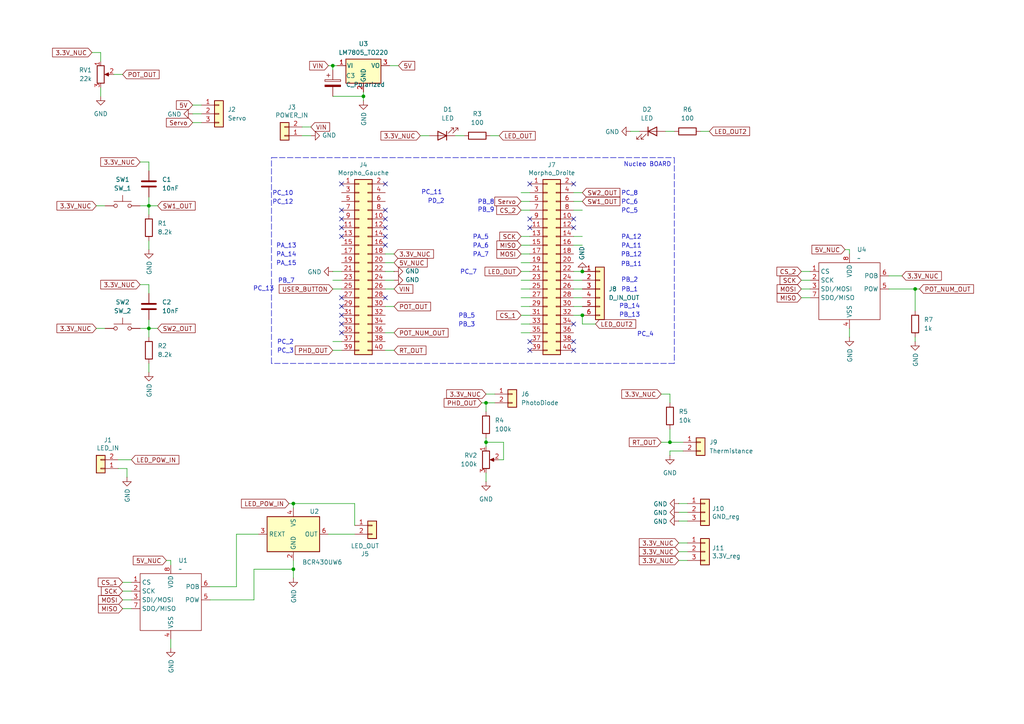
<source format=kicad_sch>
(kicad_sch (version 20231120) (generator "eeschema") (generator_version "8.0")
  (paper "A4")
  (lib_symbols
    (symbol "Connector_Generic:Conn_01x02" (pin_names (offset 1.016) hide)
      (property "Reference" "J" (at 0 2.54 0))
      (property "Value" "Conn_01x02" (at 0 -5.08 0))
      (symbol "Conn_01x02_1_1"
        (rectangle (start -1.27 -2.413) (end 0 -2.667) (stroke (width 0.1524)))
        (rectangle (start -1.27 0.127) (end 0 -0.127) (stroke (width 0.1524)))
        (rectangle (start -1.27 1.27) (end 1.27 -3.81) (stroke (width 0.254)) (fill (type background)))
        (pin passive line (at -5.08 0 0) (length 3.81) (name "Pin_1") (number "1"))
        (pin passive line (at -5.08 -2.54 0) (length 3.81) (name "Pin_2") (number "2"))
      )
    )
    (symbol "Connector_Generic:Conn_01x03" (pin_names (offset 1.016) hide)
      (property "Reference" "J" (at 0 5.08 0))
      (property "Value" "Conn_01x03" (at 0 -5.08 0))
      (symbol "Conn_01x03_1_1"
        (rectangle (start -1.27 -2.413) (end 0 -2.667) (stroke (width 0.1524)))
        (rectangle (start -1.27 0.127) (end 0 -0.127) (stroke (width 0.1524)))
        (rectangle (start -1.27 2.667) (end 0 2.413) (stroke (width 0.1524)))
        (rectangle (start -1.27 3.81) (end 1.27 -3.81) (stroke (width 0.254)) (fill (type background)))
        (pin passive line (at -5.08 2.54 0) (length 3.81) (name "Pin_1") (number "1"))
        (pin passive line (at -5.08 0 0) (length 3.81) (name "Pin_2") (number "2"))
        (pin passive line (at -5.08 -2.54 0) (length 3.81) (name "Pin_3") (number "3"))
      )
    )
    (symbol "Connector_Generic:Conn_01x06" (pin_names (offset 1.016) hide)
      (property "Reference" "J" (at 0 7.62 0))
      (property "Value" "Conn_01x06" (at 0 -10.16 0))
      (symbol "Conn_01x06_1_1"
        (rectangle (start -1.27 -7.493) (end 0 -7.747) (stroke (width 0.1524)))
        (rectangle (start -1.27 -4.953) (end 0 -5.207) (stroke (width 0.1524)))
        (rectangle (start -1.27 -2.413) (end 0 -2.667) (stroke (width 0.1524)))
        (rectangle (start -1.27 0.127) (end 0 -0.127) (stroke (width 0.1524)))
        (rectangle (start -1.27 2.667) (end 0 2.413) (stroke (width 0.1524)))
        (rectangle (start -1.27 5.207) (end 0 4.953) (stroke (width 0.1524)))
        (rectangle (start -1.27 6.35) (end 1.27 -8.89) (stroke (width 0.254)) (fill (type background)))
        (pin passive line (at -5.08 5.08 0) (length 3.81) (name "Pin_1") (number "1"))
        (pin passive line (at -5.08 2.54 0) (length 3.81) (name "Pin_2") (number "2"))
        (pin passive line (at -5.08 0 0) (length 3.81) (name "Pin_3") (number "3"))
        (pin passive line (at -5.08 -2.54 0) (length 3.81) (name "Pin_4") (number "4"))
        (pin passive line (at -5.08 -5.08 0) (length 3.81) (name "Pin_5") (number "5"))
        (pin passive line (at -5.08 -7.62 0) (length 3.81) (name "Pin_6") (number "6"))
      )
    )
    (symbol "Connector_Generic:Conn_02x20_Odd_Even" (pin_names (offset 1.016) hide)
      (property "Reference" "J" (at 1.27 25.4 0))
      (property "Value" "Conn_02x20_Odd_Even" (at 1.27 -27.94 0))
      (symbol "Conn_02x20_Odd_Even_1_1"
        (rectangle (start -1.27 -25.273) (end 0 -25.527) (stroke (width 0.1524)))
        (rectangle (start -1.27 -22.733) (end 0 -22.987) (stroke (width 0.1524)))
        (rectangle (start -1.27 -20.193) (end 0 -20.447) (stroke (width 0.1524)))
        (rectangle (start -1.27 -17.653) (end 0 -17.907) (stroke (width 0.1524)))
        (rectangle (start -1.27 -15.113) (end 0 -15.367) (stroke (width 0.1524)))
        (rectangle (start -1.27 -12.573) (end 0 -12.827) (stroke (width 0.1524)))
        (rectangle (start -1.27 -10.033) (end 0 -10.287) (stroke (width 0.1524)))
        (rectangle (start -1.27 -7.493) (end 0 -7.747) (stroke (width 0.1524)))
        (rectangle (start -1.27 -4.953) (end 0 -5.207) (stroke (width 0.1524)))
        (rectangle (start -1.27 -2.413) (end 0 -2.667) (stroke (width 0.1524)))
        (rectangle (start -1.27 0.127) (end 0 -0.127) (stroke (width 0.1524)))
        (rectangle (start -1.27 2.667) (end 0 2.413) (stroke (width 0.1524)))
        (rectangle (start -1.27 5.207) (end 0 4.953) (stroke (width 0.1524)))
        (rectangle (start -1.27 7.747) (end 0 7.493) (stroke (width 0.1524)))
        (rectangle (start -1.27 10.287) (end 0 10.033) (stroke (width 0.1524)))
        (rectangle (start -1.27 12.827) (end 0 12.573) (stroke (width 0.1524)))
        (rectangle (start -1.27 15.367) (end 0 15.113) (stroke (width 0.1524)))
        (rectangle (start -1.27 17.907) (end 0 17.653) (stroke (width 0.1524)))
        (rectangle (start -1.27 20.447) (end 0 20.193) (stroke (width 0.1524)))
        (rectangle (start -1.27 22.987) (end 0 22.733) (stroke (width 0.1524)))
        (rectangle (start -1.27 24.13) (end 3.81 -26.67) (stroke (width 0.254)) (fill (type background)))
        (rectangle (start 3.81 -25.273) (end 2.54 -25.527) (stroke (width 0.1524)))
        (rectangle (start 3.81 -22.733) (end 2.54 -22.987) (stroke (width 0.1524)))
        (rectangle (start 3.81 -20.193) (end 2.54 -20.447) (stroke (width 0.1524)))
        (rectangle (start 3.81 -17.653) (end 2.54 -17.907) (stroke (width 0.1524)))
        (rectangle (start 3.81 -15.113) (end 2.54 -15.367) (stroke (width 0.1524)))
        (rectangle (start 3.81 -12.573) (end 2.54 -12.827) (stroke (width 0.1524)))
        (rectangle (start 3.81 -10.033) (end 2.54 -10.287) (stroke (width 0.1524)))
        (rectangle (start 3.81 -7.493) (end 2.54 -7.747) (stroke (width 0.1524)))
        (rectangle (start 3.81 -4.953) (end 2.54 -5.207) (stroke (width 0.1524)))
        (rectangle (start 3.81 -2.413) (end 2.54 -2.667) (stroke (width 0.1524)))
        (rectangle (start 3.81 0.127) (end 2.54 -0.127) (stroke (width 0.1524)))
        (rectangle (start 3.81 2.667) (end 2.54 2.413) (stroke (width 0.1524)))
        (rectangle (start 3.81 5.207) (end 2.54 4.953) (stroke (width 0.1524)))
        (rectangle (start 3.81 7.747) (end 2.54 7.493) (stroke (width 0.1524)))
        (rectangle (start 3.81 10.287) (end 2.54 10.033) (stroke (width 0.1524)))
        (rectangle (start 3.81 12.827) (end 2.54 12.573) (stroke (width 0.1524)))
        (rectangle (start 3.81 15.367) (end 2.54 15.113) (stroke (width 0.1524)))
        (rectangle (start 3.81 17.907) (end 2.54 17.653) (stroke (width 0.1524)))
        (rectangle (start 3.81 20.447) (end 2.54 20.193) (stroke (width 0.1524)))
        (rectangle (start 3.81 22.987) (end 2.54 22.733) (stroke (width 0.1524)))
        (pin passive line (at -5.08 22.86 0) (length 3.81) (name "Pin_1") (number "1"))
        (pin passive line (at 7.62 12.7 180) (length 3.81) (name "Pin_10") (number "10"))
        (pin passive line (at -5.08 10.16 0) (length 3.81) (name "Pin_11") (number "11"))
        (pin passive line (at 7.62 10.16 180) (length 3.81) (name "Pin_12") (number "12"))
        (pin passive line (at -5.08 7.62 0) (length 3.81) (name "Pin_13") (number "13"))
        (pin passive line (at 7.62 7.62 180) (length 3.81) (name "Pin_14") (number "14"))
        (pin passive line (at -5.08 5.08 0) (length 3.81) (name "Pin_15") (number "15"))
        (pin passive line (at 7.62 5.08 180) (length 3.81) (name "Pin_16") (number "16"))
        (pin passive line (at -5.08 2.54 0) (length 3.81) (name "Pin_17") (number "17"))
        (pin passive line (at 7.62 2.54 180) (length 3.81) (name "Pin_18") (number "18"))
        (pin passive line (at -5.08 0 0) (length 3.81) (name "Pin_19") (number "19"))
        (pin passive line (at 7.62 22.86 180) (length 3.81) (name "Pin_2") (number "2"))
        (pin passive line (at 7.62 0 180) (length 3.81) (name "Pin_20") (number "20"))
        (pin passive line (at -5.08 -2.54 0) (length 3.81) (name "Pin_21") (number "21"))
        (pin passive line (at 7.62 -2.54 180) (length 3.81) (name "Pin_22") (number "22"))
        (pin passive line (at -5.08 -5.08 0) (length 3.81) (name "Pin_23") (number "23"))
        (pin passive line (at 7.62 -5.08 180) (length 3.81) (name "Pin_24") (number "24"))
        (pin passive line (at -5.08 -7.62 0) (length 3.81) (name "Pin_25") (number "25"))
        (pin passive line (at 7.62 -7.62 180) (length 3.81) (name "Pin_26") (number "26"))
        (pin passive line (at -5.08 -10.16 0) (length 3.81) (name "Pin_27") (number "27"))
        (pin passive line (at 7.62 -10.16 180) (length 3.81) (name "Pin_28") (number "28"))
        (pin passive line (at -5.08 -12.7 0) (length 3.81) (name "Pin_29") (number "29"))
        (pin passive line (at -5.08 20.32 0) (length 3.81) (name "Pin_3") (number "3"))
        (pin passive line (at 7.62 -12.7 180) (length 3.81) (name "Pin_30") (number "30"))
        (pin passive line (at -5.08 -15.24 0) (length 3.81) (name "Pin_31") (number "31"))
        (pin passive line (at 7.62 -15.24 180) (length 3.81) (name "Pin_32") (number "32"))
        (pin passive line (at -5.08 -17.78 0) (length 3.81) (name "Pin_33") (number "33"))
        (pin passive line (at 7.62 -17.78 180) (length 3.81) (name "Pin_34") (number "34"))
        (pin passive line (at -5.08 -20.32 0) (length 3.81) (name "Pin_35") (number "35"))
        (pin passive line (at 7.62 -20.32 180) (length 3.81) (name "Pin_36") (number "36"))
        (pin passive line (at -5.08 -22.86 0) (length 3.81) (name "Pin_37") (number "37"))
        (pin passive line (at 7.62 -22.86 180) (length 3.81) (name "Pin_38") (number "38"))
        (pin passive line (at -5.08 -25.4 0) (length 3.81) (name "Pin_39") (number "39"))
        (pin passive line (at 7.62 20.32 180) (length 3.81) (name "Pin_4") (number "4"))
        (pin passive line (at 7.62 -25.4 180) (length 3.81) (name "Pin_40") (number "40"))
        (pin passive line (at -5.08 17.78 0) (length 3.81) (name "Pin_5") (number "5"))
        (pin passive line (at 7.62 17.78 180) (length 3.81) (name "Pin_6") (number "6"))
        (pin passive line (at -5.08 15.24 0) (length 3.81) (name "Pin_7") (number "7"))
        (pin passive line (at 7.62 15.24 180) (length 3.81) (name "Pin_8") (number "8"))
        (pin passive line (at -5.08 12.7 0) (length 3.81) (name "Pin_9") (number "9"))
      )
    )
    (symbol "Device:C" (pin_numbers hide) (pin_names (offset 0.254))
      (property "Reference" "C" (at 0.635 2.54 0))
      (property "Value" "C" (at 0.635 -2.54 0))
      (symbol "C_0_1"
        (polyline (pts (xy -2.032 -0.762) (xy 2.032 -0.762)) (stroke (width 0.508)))
        (polyline (pts (xy -2.032 0.762) (xy 2.032 0.762)) (stroke (width 0.508)))
      )
      (symbol "C_1_1"
        (pin passive line (at 0 3.81 270) (length 2.794) (name "~") (number "1"))
        (pin passive line (at 0 -3.81 90) (length 2.794) (name "~") (number "2"))
      )
    )
    (symbol "Device:C_Polarized" (pin_numbers hide) (pin_names (offset 0.254))
      (property "Reference" "C" (at 0.635 2.54 0))
      (property "Value" "C_Polarized" (at 0.635 -2.54 0))
      (symbol "C_Polarized_0_1"
        (rectangle (start -2.286 0.508) (end 2.286 1.016))
        (polyline (pts (xy -1.778 2.286) (xy -0.762 2.286)))
        (polyline (pts (xy -1.27 2.794) (xy -1.27 1.778)))
        (rectangle (start 2.286 -0.508) (end -2.286 -1.016) (fill (type outline)))
      )
      (symbol "C_Polarized_1_1"
        (pin passive line (at 0 3.81 270) (length 2.794) (name "~") (number "1"))
        (pin passive line (at 0 -3.81 90) (length 2.794) (name "~") (number "2"))
      )
    )
    (symbol "Device:LED" (pin_numbers hide) (pin_names (offset 1.016) hide)
      (property "Reference" "D" (at 0 2.54 0))
      (property "Value" "LED" (at 0 -2.54 0))
      (symbol "LED_0_1"
        (polyline (pts (xy -1.27 -1.27) (xy -1.27 1.27)) (stroke (width 0.254)))
        (polyline (pts (xy -1.27 0) (xy 1.27 0)))
        (polyline (pts (xy 1.27 -1.27) (xy 1.27 1.27) (xy -1.27 0) (xy 1.27 -1.27)) (stroke (width 0.254)))
        (polyline (pts (xy -3.048 -0.762) (xy -4.572 -2.286) (xy -3.81 -2.286) (xy -4.572 -2.286) (xy -4.572 -1.524)))
        (polyline (pts (xy -1.778 -0.762) (xy -3.302 -2.286) (xy -2.54 -2.286) (xy -3.302 -2.286) (xy -3.302 -1.524)))
      )
      (symbol "LED_1_1"
        (pin passive line (at -3.81 0 0) (length 2.54) (name "K") (number "1"))
        (pin passive line (at 3.81 0 180) (length 2.54) (name "A") (number "2"))
      )
    )
    (symbol "Device:R" (pin_numbers hide) (pin_names (offset 0))
      (property "Reference" "R" (at 2.032 0 90))
      (property "Value" "R" (at 0 0 90))
      (symbol "R_0_1"
        (rectangle (start -1.016 -2.54) (end 1.016 2.54) (stroke (width 0.254)))
      )
      (symbol "R_1_1"
        (pin passive line (at 0 3.81 270) (length 1.27) (name "~") (number "1"))
        (pin passive line (at 0 -3.81 90) (length 1.27) (name "~") (number "2"))
      )
    )
    (symbol "Device:R_Potentiometer" (pin_names (offset 1.016) hide)
      (property "Reference" "RV" (at -4.445 0 90))
      (property "Value" "R_Potentiometer" (at -2.54 0 90))
      (symbol "R_Potentiometer_0_1"
        (polyline (pts (xy 2.54 0) (xy 1.524 0)))
        (polyline (pts (xy 1.143 0) (xy 2.286 0.508) (xy 2.286 -0.508) (xy 1.143 0)) (fill (type outline)))
        (rectangle (start 1.016 2.54) (end -1.016 -2.54) (stroke (width 0.254)))
      )
      (symbol "R_Potentiometer_1_1"
        (pin passive line (at 0 3.81 270) (length 1.27) (name "1") (number "1"))
        (pin passive line (at 3.81 0 180) (length 1.27) (name "2") (number "2"))
        (pin passive line (at 0 -3.81 90) (length 1.27) (name "3") (number "3"))
      )
    )
    (symbol "Driver_LED:BCR430UW6"
      (property "Reference" "U" (at 7.62 6.35 0))
      (property "Value" "BCR430UW6" (at -7.62 6.35 0))
      (symbol "BCR430UW6_0_1"
        (rectangle (start -7.62 5.08) (end 7.62 -5.08) (stroke (width 0.254)) (fill (type background)))
      )
      (symbol "BCR430UW6_1_1"
        (pin no_connect line (at 7.62 2.54 180) (length 2.54) hide (name "NC") (number "1"))
        (pin power_in line (at 0 -7.62 90) (length 2.54) (name "GND") (number "2"))
        (pin passive line (at -10.16 0 0) (length 2.54) (name "REXT") (number "3"))
        (pin power_in line (at 0 7.62 270) (length 2.54) (name "VS") (number "4"))
        (pin no_connect line (at 7.62 -2.54 180) (length 2.54) hide (name "NC") (number "5"))
        (pin output line (at 10.16 0 180) (length 2.54) (name "OUT") (number "6"))
      )
    )
    (symbol "LEnsE_devices:MCP4132"
      (property "Reference" "U" (at 5.588 1.524 0))
      (symbol "MCP4132_0_1"
        (rectangle (start -8.89 -1.27) (end 8.89 -17.78))
      )
      (symbol "MCP4132_1_1"
        (pin input line (at -11.43 -3.81 0) (length 2.54) (name "CS") (number "1"))
        (pin input line (at -11.43 -6.35 0) (length 2.54) (name "SCK") (number "2"))
        (pin input line (at -11.43 -8.89 0) (length 2.54) (name "SDI/MOSI") (number "3"))
        (pin power_in line (at 0 -20.32 90) (length 2.54) (name "VSS") (number "4"))
        (pin bidirectional line (at 11.43 -8.89 180) (length 2.54) (name "POW") (number "5"))
        (pin bidirectional line (at 11.43 -5.08 180) (length 2.54) (name "POB") (number "6"))
        (pin input line (at -11.43 -11.43 0) (length 2.54) (name "SDO/MISO") (number "7"))
        (pin power_in line (at 0 1.27 270) (length 2.54) (name "VDD") (number "8"))
      )
    )
    (symbol "Regulator_Linear:LM7805_TO220" (pin_names (offset 0.254))
      (property "Reference" "U" (at -3.81 3.175 0))
      (property "Value" "LM7805_TO220" (at 0 3.175 0))
      (symbol "LM7805_TO220_0_1"
        (rectangle (start -5.08 1.905) (end 5.08 -5.08) (stroke (width 0.254)) (fill (type background)))
      )
      (symbol "LM7805_TO220_1_1"
        (pin power_in line (at -7.62 0 0) (length 2.54) (name "VI") (number "1"))
        (pin power_in line (at 0 -7.62 90) (length 2.54) (name "GND") (number "2"))
        (pin power_out line (at 7.62 0 180) (length 2.54) (name "VO") (number "3"))
      )
    )
    (symbol "Switch:SW_Push" (pin_numbers hide) (pin_names (offset 1.016) hide)
      (property "Reference" "SW" (at 1.27 2.54 0))
      (property "Value" "SW_Push" (at 0 -1.524 0))
      (symbol "SW_Push_0_1"
        (circle (center -2.032 0) (radius 0.508))
        (polyline (pts (xy 0 1.27) (xy 0 3.048)))
        (polyline (pts (xy 2.54 1.27) (xy -2.54 1.27)))
        (circle (center 2.032 0) (radius 0.508))
        (pin passive line (at -5.08 0 0) (length 2.54) (name "1") (number "1"))
        (pin passive line (at 5.08 0 180) (length 2.54) (name "2") (number "2"))
      )
    )
    (symbol "power:GND" (power) (pin_numbers hide) (pin_names (offset 0) hide)
      (property "Value" "GND" (at 0 -3.81 0))
      (symbol "GND_0_1"
        (polyline (pts (xy 0 0) (xy 0 -1.27) (xy 1.27 -1.27) (xy 0 -2.54) (xy -1.27 -1.27) (xy 0 -1.27)))
      )
      (symbol "GND_1_1"
        (pin power_in line (at 0 0 270) (length 0) (name "~") (number "1"))
      )
    )
  )
  (junction (at 194.31 128.27))
  (junction (at 105.41 27.94))
  (junction (at 96.52 19.05))
  (junction (at 140.97 128.27))
  (junction (at 168.91 78.74))
  (junction (at 85.09 165.1))
  (junction (at 140.97 116.84))
  (junction (at 43.18 59.69))
  (junction (at 85.09 146.05))
  (junction (at 265.43 83.82))
  (junction (at 168.91 91.44))
  (junction (at 43.18 95.25))
  (no_connect (at 153.67 63.5))
  (no_connect (at 153.67 101.6))
  (no_connect (at 153.67 99.06))
  (no_connect (at 111.76 63.5))
  (no_connect (at 166.37 93.98))
  (no_connect (at 99.06 68.58))
  (no_connect (at 99.06 60.96))
  (no_connect (at 166.37 101.6))
  (no_connect (at 111.76 66.04))
  (no_connect (at 99.06 93.98))
  (no_connect (at 99.06 88.9))
  (no_connect (at 111.76 68.58))
  (no_connect (at 111.76 60.96))
  (no_connect (at 111.76 86.36))
  (no_connect (at 111.76 71.12))
  (no_connect (at 99.06 86.36))
  (no_connect (at 166.37 99.06))
  (no_connect (at 166.37 63.5))
  (no_connect (at 111.76 53.34))
  (no_connect (at 99.06 53.34))
  (no_connect (at 166.37 66.04))
  (no_connect (at 99.06 66.04))
  (no_connect (at 99.06 63.5))
  (no_connect (at 99.06 91.44))
  (no_connect (at 153.67 53.34))
  (no_connect (at 166.37 53.34))
  (no_connect (at 99.06 96.52))
  (no_connect (at 153.67 66.04))
  (wire (pts (xy 96.52 99.06) (xy 99.06 99.06)))
  (wire (pts (xy 151.13 83.82) (xy 153.67 83.82)))
  (wire (pts (xy 232.41 83.82) (xy 234.95 83.82)))
  (wire (pts (xy 114.3 76.2) (xy 111.76 76.2)))
  (wire (pts (xy 196.85 146.05) (xy 199.39 146.05)))
  (wire (pts (xy 85.09 165.1) (xy 85.09 167.64)))
  (wire (pts (xy 142.24 39.37) (xy 144.78 39.37)))
  (wire (pts (xy 111.76 101.6) (xy 114.3 101.6)))
  (wire (pts (xy 194.31 132.08) (xy 194.31 130.81)))
  (wire (pts (xy 34.29 133.35) (xy 38.1 133.35)))
  (wire (pts (xy 40.64 59.69) (xy 43.18 59.69)))
  (wire (pts (xy 151.13 58.42) (xy 153.67 58.42)))
  (wire (pts (xy 166.37 60.96) (xy 168.91 60.96)))
  (wire (pts (xy 111.76 96.52) (xy 114.3 96.52)))
  (wire (pts (xy 111.76 83.82) (xy 114.3 83.82)))
  (wire (pts (xy 151.13 55.88) (xy 153.67 55.88)))
  (wire (pts (xy 35.56 176.53) (xy 38.1 176.53)))
  (wire (pts (xy 27.94 95.25) (xy 30.48 95.25)))
  (wire (pts (xy 26.67 15.24) (xy 29.21 15.24)))
  (wire (pts (xy 140.97 127) (xy 140.97 128.27)))
  (wire (pts (xy 27.94 59.69) (xy 30.48 59.69)))
  (wire (pts (xy 232.41 86.36) (xy 234.95 86.36)))
  (wire (pts (xy 151.13 71.12) (xy 153.67 71.12)))
  (wire (pts (xy 166.37 83.82) (xy 168.91 83.82)))
  (wire (pts (xy 96.52 101.6) (xy 99.06 101.6)))
  (wire (pts (xy 140.97 128.27) (xy 146.05 128.27)))
  (wire (pts (xy 68.58 154.94) (xy 74.93 154.94)))
  (wire (pts (xy 113.03 19.05) (xy 115.57 19.05)))
  (wire (pts (xy 55.88 35.56) (xy 58.42 35.56)))
  (wire (pts (xy 102.87 146.05) (xy 102.87 152.4)))
  (wire (pts (xy 111.76 81.28) (xy 114.3 81.28)))
  (wire (pts (xy 111.76 73.66) (xy 114.3 73.66)))
  (wire (pts (xy 140.97 116.84) (xy 140.97 119.38)))
  (wire (pts (xy 96.52 78.74) (xy 99.06 78.74)))
  (wire (pts (xy 166.37 78.74) (xy 168.91 78.74)))
  (wire (pts (xy 85.09 162.56) (xy 85.09 165.1)))
  (wire (pts (xy 40.64 95.25) (xy 43.18 95.25)))
  (wire (pts (xy 265.43 83.82) (xy 265.43 90.17)))
  (wire (pts (xy 96.52 83.82) (xy 99.06 83.82)))
  (wire (pts (xy 40.64 46.99) (xy 43.18 46.99)))
  (wire (pts (xy 151.13 86.36) (xy 153.67 86.36)))
  (wire (pts (xy 199.39 162.56) (xy 196.85 162.56)))
  (wire (pts (xy 111.76 88.9) (xy 114.3 88.9)))
  (wire (pts (xy 55.88 33.02) (xy 58.42 33.02)))
  (wire (pts (xy 43.18 95.25) (xy 43.18 97.79)))
  (wire (pts (xy 111.76 78.74) (xy 114.3 78.74)))
  (wire (pts (xy 199.39 148.59) (xy 196.85 148.59)))
  (wire (pts (xy 121.92 39.37) (xy 124.46 39.37)))
  (wire (pts (xy 265.43 97.79) (xy 265.43 99.06)))
  (wire (pts (xy 193.04 38.1) (xy 195.58 38.1)))
  (wire (pts (xy 73.66 165.1) (xy 85.09 165.1)))
  (wire (pts (xy 144.78 133.35) (xy 146.05 133.35)))
  (wire (pts (xy 55.88 30.48) (xy 58.42 30.48)))
  (wire (pts (xy 166.37 71.12) (xy 168.91 71.12)))
  (wire (pts (xy 151.13 81.28) (xy 153.67 81.28)))
  (wire (pts (xy 49.53 162.56) (xy 49.53 163.83)))
  (wire (pts (xy 151.13 96.52) (xy 153.67 96.52)))
  (wire (pts (xy 95.25 154.94) (xy 102.87 154.94)))
  (wire (pts (xy 166.37 81.28) (xy 168.91 81.28)))
  (wire (pts (xy 151.13 91.44) (xy 153.67 91.44)))
  (wire (pts (xy 182.88 38.1) (xy 185.42 38.1)))
  (wire (pts (xy 140.97 128.27) (xy 140.97 129.54)))
  (wire (pts (xy 85.09 146.05) (xy 85.09 147.32)))
  (wire (pts (xy 33.02 21.59) (xy 35.56 21.59)))
  (wire (pts (xy 43.18 46.99) (xy 43.18 49.53)))
  (wire (pts (xy 105.41 27.94) (xy 105.41 29.21)))
  (wire (pts (xy 49.53 185.42) (xy 49.53 187.96)))
  (wire (pts (xy 166.37 55.88) (xy 168.91 55.88)))
  (wire (pts (xy 29.21 25.4) (xy 29.21 27.94)))
  (wire (pts (xy 168.91 93.98) (xy 168.91 91.44)))
  (wire (pts (xy 43.18 69.85) (xy 43.18 72.39)))
  (wire (pts (xy 60.96 173.99) (xy 73.66 173.99)))
  (wire (pts (xy 43.18 105.41) (xy 43.18 107.95)))
  (wire (pts (xy 166.37 58.42) (xy 168.91 58.42)))
  (wire (pts (xy 140.97 114.3) (xy 143.51 114.3)))
  (wire (pts (xy 194.31 128.27) (xy 198.12 128.27)))
  (wire (pts (xy 151.13 68.58) (xy 153.67 68.58)))
  (wire (pts (xy 151.13 76.2) (xy 153.67 76.2)))
  (wire (pts (xy 48.26 162.56) (xy 49.53 162.56)))
  (polyline (pts (xy 78.74 45.72) (xy 195.58 45.72)) (stroke (width 0) (type dash)))
  (wire (pts (xy 34.29 135.89) (xy 36.83 135.89)))
  (wire (pts (xy 151.13 60.96) (xy 153.67 60.96)))
  (wire (pts (xy 257.81 83.82) (xy 265.43 83.82)))
  (wire (pts (xy 43.18 59.69) (xy 43.18 57.15)))
  (wire (pts (xy 191.77 114.3) (xy 194.31 114.3)))
  (wire (pts (xy 43.18 95.25) (xy 45.72 95.25)))
  (wire (pts (xy 199.39 157.48) (xy 196.85 157.48)))
  (wire (pts (xy 151.13 93.98) (xy 153.67 93.98)))
  (wire (pts (xy 96.52 27.94) (xy 105.41 27.94)))
  (wire (pts (xy 40.64 82.55) (xy 43.18 82.55)))
  (wire (pts (xy 68.58 170.18) (xy 68.58 154.94)))
  (wire (pts (xy 246.38 72.39) (xy 246.38 73.66)))
  (wire (pts (xy 132.08 39.37) (xy 134.62 39.37)))
  (wire (pts (xy 246.38 95.25) (xy 246.38 97.79)))
  (wire (pts (xy 143.51 116.84) (xy 140.97 116.84)))
  (wire (pts (xy 35.56 173.99) (xy 38.1 173.99)))
  (wire (pts (xy 95.25 19.05) (xy 96.52 19.05)))
  (wire (pts (xy 35.56 171.45) (xy 38.1 171.45)))
  (wire (pts (xy 29.21 15.24) (xy 29.21 17.78)))
  (wire (pts (xy 60.96 170.18) (xy 68.58 170.18)))
  (wire (pts (xy 194.31 114.3) (xy 194.31 116.84)))
  (wire (pts (xy 36.83 135.89) (xy 36.83 138.43)))
  (wire (pts (xy 151.13 78.74) (xy 153.67 78.74)))
  (wire (pts (xy 166.37 88.9) (xy 168.91 88.9)))
  (wire (pts (xy 194.31 130.81) (xy 198.12 130.81)))
  (wire (pts (xy 194.31 124.46) (xy 194.31 128.27)))
  (wire (pts (xy 96.52 19.05) (xy 96.52 20.32)))
  (wire (pts (xy 139.7 116.84) (xy 140.97 116.84)))
  (wire (pts (xy 191.77 128.27) (xy 194.31 128.27)))
  (wire (pts (xy 257.81 80.01) (xy 261.62 80.01)))
  (wire (pts (xy 87.63 39.37) (xy 90.17 39.37)))
  (wire (pts (xy 203.2 38.1) (xy 205.74 38.1)))
  (wire (pts (xy 232.41 81.28) (xy 234.95 81.28)))
  (wire (pts (xy 83.82 146.05) (xy 85.09 146.05)))
  (wire (pts (xy 151.13 73.66) (xy 153.67 73.66)))
  (polyline (pts (xy 78.74 105.41) (xy 78.74 45.72)) (stroke (width 0) (type dash)))
  (wire (pts (xy 43.18 59.69) (xy 45.72 59.69)))
  (wire (pts (xy 73.66 173.99) (xy 73.66 165.1)))
  (polyline (pts (xy 195.58 45.72) (xy 195.58 105.41)) (stroke (width 0) (type dash)))
  (wire (pts (xy 265.43 83.82) (xy 266.7 83.82)))
  (wire (pts (xy 96.52 19.05) (xy 97.79 19.05)))
  (wire (pts (xy 96.52 81.28) (xy 99.06 81.28)))
  (wire (pts (xy 172.72 93.98) (xy 168.91 93.98)))
  (wire (pts (xy 146.05 133.35) (xy 146.05 128.27)))
  (wire (pts (xy 166.37 86.36) (xy 168.91 86.36)))
  (wire (pts (xy 199.39 151.13) (xy 196.85 151.13)))
  (wire (pts (xy 151.13 88.9) (xy 153.67 88.9)))
  (wire (pts (xy 199.39 160.02) (xy 196.85 160.02)))
  (wire (pts (xy 85.09 146.05) (xy 102.87 146.05)))
  (wire (pts (xy 245.11 72.39) (xy 246.38 72.39)))
  (polyline (pts (xy 195.58 105.41) (xy 78.74 105.41)) (stroke (width 0) (type dash)))
  (wire (pts (xy 87.63 36.83) (xy 90.17 36.83)))
  (wire (pts (xy 140.97 137.16) (xy 140.97 139.7)))
  (wire (pts (xy 105.41 26.67) (xy 105.41 27.94)))
  (wire (pts (xy 35.56 168.91) (xy 38.1 168.91)))
  (wire (pts (xy 166.37 91.44) (xy 168.91 91.44)))
  (wire (pts (xy 43.18 59.69) (xy 43.18 62.23)))
  (wire (pts (xy 43.18 82.55) (xy 43.18 85.09)))
  (wire (pts (xy 232.41 78.74) (xy 234.95 78.74)))
  (wire (pts (xy 43.18 95.25) (xy 43.18 92.71)))
  (wire (pts (xy 166.37 68.58) (xy 168.91 68.58)))
  (text "PA_12" (at 183.134 68.834 0) (effects (font (size 1.27 1.27))))
  (text "PC_2" (at 82.804 99.314 0) (effects (font (size 1.27 1.27))))
  (text "PB_8" (at 140.97 58.674 0) (effects (font (size 1.27 1.27))))
  (text "PA_7" (at 139.446 73.914 0) (effects (font (size 1.27 1.27))))
  (text "PC_8" (at 182.626 56.134 0) (effects (font (size 1.27 1.27))))
  (text "PC_11" (at 125.222 55.88 0) (effects (font (size 1.27 1.27))))
  (text "PB_3\n\n" (at 135.382 95.25 0) (effects (font (size 1.27 1.27))))
  (text "PA_5" (at 139.446 68.834 0) (effects (font (size 1.27 1.27))))
  (text "PB_13" (at 182.626 91.44 0) (effects (font (size 1.27 1.27))))
  (text "PA_14" (at 83.058 73.914 0) (effects (font (size 1.27 1.27))))
  (text "PB_11" (at 183.134 76.708 0) (effects (font (size 1.27 1.27))))
  (text "PC_7" (at 135.89 78.994 0) (effects (font (size 1.27 1.27))))
  (text "PB_9" (at 140.97 60.96 0) (effects (font (size 1.27 1.27))))
  (text "PC_5" (at 182.626 61.214 0) (effects (font (size 1.27 1.27))))
  (text "PB_2" (at 182.626 81.28 0) (effects (font (size 1.27 1.27))))
  (text "PC_12" (at 82.042 58.674 0) (effects (font (size 1.27 1.27))))
  (text "PB_14" (at 182.626 88.9 0) (effects (font (size 1.27 1.27))))
  (text "PC_13" (at 76.454 83.82 0) (effects (font (size 1.27 1.27))))
  (text "PD_2" (at 126.492 58.42 0) (effects (font (size 1.27 1.27))))
  (text "PA_15" (at 83.058 76.454 0) (effects (font (size 1.27 1.27))))
  (text "PC_10" (at 82.042 56.134 0) (effects (font (size 1.27 1.27))))
  (text "PA_11" (at 183.134 71.374 0) (effects (font (size 1.27 1.27))))
  (text "PC_4" (at 187.198 97.028 0) (effects (font (size 1.27 1.27))))
  (text "PA_6" (at 139.446 71.374 0) (effects (font (size 1.27 1.27))))
  (text "PA_13" (at 83.058 71.374 0) (effects (font (size 1.27 1.27))))
  (text "PB_7" (at 83.058 81.534 0) (effects (font (size 1.27 1.27))))
  (text "Nucleo BOARD" (at 180.848 48.514 0) (effects (font (size 1.27 1.27)) (justify left bottom)))
  (text "PB_12" (at 183.134 73.914 0) (effects (font (size 1.27 1.27))))
  (text "PC_3" (at 82.804 101.854 0) (effects (font (size 1.27 1.27))))
  (text "PB_1\n" (at 182.626 84.074 0) (effects (font (size 1.27 1.27))))
  (text "PC_6" (at 182.626 58.674 0) (effects (font (size 1.27 1.27))))
  (text "PB_5\n\n" (at 135.382 92.71 0) (effects (font (size 1.27 1.27))))
  (global_label "LED_OUT2" (shape input) (at 172.72 93.98 0) (property "Intersheetrefs" "${INTERSHEET_REFS}" (effects (hide yes))))
  (global_label "USER_BUTTON" (shape input) (at 96.52 83.82 180) (property "Intersheetrefs" "${INTERSHEET_REFS}" (effects (hide yes))))
  (global_label "PHD_OUT" (shape input) (at 96.52 101.6 180) (property "Intersheetrefs" "${INTERSHEET_REFS}" (effects (hide yes))))
  (global_label "Servo" (shape input) (at 151.13 58.42 180) (property "Intersheetrefs" "${INTERSHEET_REFS}" (effects (hide yes))))
  (global_label "MISO" (shape input) (at 151.13 71.12 180) (property "Intersheetrefs" "${INTERSHEET_REFS}" (effects (hide yes))))
  (global_label "3.3V_NUC" (shape input) (at 40.64 82.55 180) (property "Intersheetrefs" "${INTERSHEET_REFS}" (effects (hide yes))))
  (global_label "VIN" (shape input) (at 90.17 36.83 0) (property "Intersheetrefs" "${INTERSHEET_REFS}" (effects (hide yes))))
  (global_label "SW2_OUT" (shape input) (at 45.72 95.25 0) (property "Intersheetrefs" "${INTERSHEET_REFS}" (effects (hide yes))))
  (global_label "SW1_OUT" (shape input) (at 45.72 59.69 0) (property "Intersheetrefs" "${INTERSHEET_REFS}" (effects (hide yes))))
  (global_label "Servo" (shape input) (at 55.88 35.56 180) (property "Intersheetrefs" "${INTERSHEET_REFS}" (effects (hide yes))))
  (global_label "3.3V_NUC" (shape input) (at 140.97 114.3 180) (property "Intersheetrefs" "${INTERSHEET_REFS}" (effects (hide yes))))
  (global_label "LED_OUT" (shape input) (at 144.78 39.37 0) (property "Intersheetrefs" "${INTERSHEET_REFS}" (effects (hide yes))))
  (global_label "CS_2" (shape input) (at 232.41 78.74 180) (property "Intersheetrefs" "${INTERSHEET_REFS}" (effects (hide yes))))
  (global_label "3.3V_NUC" (shape input) (at 191.77 114.3 180) (property "Intersheetrefs" "${INTERSHEET_REFS}" (effects (hide yes))))
  (global_label "LED_POW_IN" (shape input) (at 83.82 146.05 180) (property "Intersheetrefs" "${INTERSHEET_REFS}" (effects (hide yes))))
  (global_label "3.3V_NUC" (shape input) (at 40.64 46.99 180) (property "Intersheetrefs" "${INTERSHEET_REFS}" (effects (hide yes))))
  (global_label "5V" (shape input) (at 55.88 30.48 180) (property "Intersheetrefs" "${INTERSHEET_REFS}" (effects (hide yes))))
  (global_label "SCK" (shape input) (at 35.56 171.45 180) (property "Intersheetrefs" "${INTERSHEET_REFS}" (effects (hide yes))))
  (global_label "CS_1" (shape input) (at 35.56 168.91 180) (property "Intersheetrefs" "${INTERSHEET_REFS}" (effects (hide yes))))
  (global_label "MISO" (shape input) (at 232.41 86.36 180) (property "Intersheetrefs" "${INTERSHEET_REFS}" (effects (hide yes))))
  (global_label "POT_OUT" (shape input) (at 35.56 21.59 0) (property "Intersheetrefs" "${INTERSHEET_REFS}" (effects (hide yes))))
  (global_label "SCK" (shape input) (at 232.41 81.28 180) (property "Intersheetrefs" "${INTERSHEET_REFS}" (effects (hide yes))))
  (global_label "3.3V_NUC" (shape input) (at 114.3 73.66 0) (property "Intersheetrefs" "${INTERSHEET_REFS}" (effects (hide yes))))
  (global_label "MISO" (shape input) (at 35.56 176.53 180) (property "Intersheetrefs" "${INTERSHEET_REFS}" (effects (hide yes))))
  (global_label "RT_OUT" (shape input) (at 191.77 128.27 180) (property "Intersheetrefs" "${INTERSHEET_REFS}" (effects (hide yes))))
  (global_label "3.3V_NUC" (shape input) (at 121.92 39.37 180) (property "Intersheetrefs" "${INTERSHEET_REFS}" (effects (hide yes))))
  (global_label "MOSI" (shape input) (at 151.13 73.66 180) (property "Intersheetrefs" "${INTERSHEET_REFS}" (effects (hide yes))))
  (global_label "VIN" (shape input) (at 95.25 19.05 180) (property "Intersheetrefs" "${INTERSHEET_REFS}" (effects (hide yes))))
  (global_label "3.3V_NUC" (shape input) (at 196.85 157.48 180) (property "Intersheetrefs" "${INTERSHEET_REFS}" (effects (hide yes))))
  (global_label "MOSI" (shape input) (at 35.56 173.99 180) (property "Intersheetrefs" "${INTERSHEET_REFS}" (effects (hide yes))))
  (global_label "5V_NUC" (shape input) (at 48.26 162.56 180) (property "Intersheetrefs" "${INTERSHEET_REFS}" (effects (hide yes))))
  (global_label "LED_OUT" (shape input) (at 151.13 78.74 180) (property "Intersheetrefs" "${INTERSHEET_REFS}" (effects (hide yes))))
  (global_label "PHD_OUT" (shape input) (at 139.7 116.84 180) (property "Intersheetrefs" "${INTERSHEET_REFS}" (effects (hide yes))))
  (global_label "LED_POW_IN" (shape input) (at 38.1 133.35 0) (property "Intersheetrefs" "${INTERSHEET_REFS}" (effects (hide yes))))
  (global_label "CS_2" (shape input) (at 151.13 60.96 180) (property "Intersheetrefs" "${INTERSHEET_REFS}" (effects (hide yes))))
  (global_label "5V_NUC" (shape input) (at 114.3 76.2 0) (property "Intersheetrefs" "${INTERSHEET_REFS}" (effects (hide yes))))
  (global_label "5V_NUC" (shape input) (at 245.11 72.39 180) (property "Intersheetrefs" "${INTERSHEET_REFS}" (effects (hide yes))))
  (global_label "SCK" (shape input) (at 151.13 68.58 180) (property "Intersheetrefs" "${INTERSHEET_REFS}" (effects (hide yes))))
  (global_label "POT_NUM_OUT" (shape input) (at 266.7 83.82 0) (property "Intersheetrefs" "${INTERSHEET_REFS}" (effects (hide yes))))
  (global_label "CS_1" (shape input) (at 151.13 91.44 180) (property "Intersheetrefs" "${INTERSHEET_REFS}" (effects (hide yes))))
  (global_label "3.3V_NUC" (shape input) (at 196.85 160.02 180) (property "Intersheetrefs" "${INTERSHEET_REFS}" (effects (hide yes))))
  (global_label "3.3V_NUC" (shape input) (at 27.94 59.69 180) (property "Intersheetrefs" "${INTERSHEET_REFS}" (effects (hide yes))))
  (global_label "POT_OUT" (shape input) (at 114.3 88.9 0) (property "Intersheetrefs" "${INTERSHEET_REFS}" (effects (hide yes))))
  (global_label "RT_OUT" (shape input) (at 114.3 101.6 0) (property "Intersheetrefs" "${INTERSHEET_REFS}" (effects (hide yes))))
  (global_label "MOSI" (shape input) (at 232.41 83.82 180) (property "Intersheetrefs" "${INTERSHEET_REFS}" (effects (hide yes))))
  (global_label "SW1_OUT" (shape input) (at 168.91 58.42 0) (property "Intersheetrefs" "${INTERSHEET_REFS}" (effects (hide yes))))
  (global_label "3.3V_NUC" (shape input) (at 26.67 15.24 180) (property "Intersheetrefs" "${INTERSHEET_REFS}" (effects (hide yes))))
  (global_label "SW2_OUT" (shape input) (at 168.91 55.88 0) (property "Intersheetrefs" "${INTERSHEET_REFS}" (effects (hide yes))))
  (global_label "3.3V_NUC" (shape input) (at 261.62 80.01 0) (property "Intersheetrefs" "${INTERSHEET_REFS}" (effects (hide yes))))
  (global_label "3.3V_NUC" (shape input) (at 27.94 95.25 180) (property "Intersheetrefs" "${INTERSHEET_REFS}" (effects (hide yes))))
  (global_label "POT_NUM_OUT" (shape input) (at 114.3 96.52 0) (property "Intersheetrefs" "${INTERSHEET_REFS}" (effects (hide yes))))
  (global_label "3.3V_NUC" (shape input) (at 196.85 162.56 180) (property "Intersheetrefs" "${INTERSHEET_REFS}" (effects (hide yes))))
  (global_label "5V" (shape input) (at 115.57 19.05 0) (property "Intersheetrefs" "${INTERSHEET_REFS}" (effects (hide yes))))
  (global_label "LED_OUT2" (shape input) (at 205.74 38.1 0) (property "Intersheetrefs" "${INTERSHEET_REFS}" (effects (hide yes))))
  (global_label "VIN" (shape input) (at 114.3 83.82 0) (property "Intersheetrefs" "${INTERSHEET_REFS}" (effects (hide yes))))
  (symbol (lib_id "Connector_Generic:Conn_01x02") (at 82.55 39.37 180) (unit 1)
    (property "Reference" "J3" (at 84.6328 31.115 0))
    (property "Value" "POWER_IN" (at 84.6328 33.4264 0))
    (property "Footprint" "TerminalBlock_Phoenix:TerminalBlock_Phoenix_MKDS-3-2-5.08_1x02_P5.08mm_Horizontal" (effects (hide yes)))
  )
  (symbol (lib_id "power:GND") (at 90.17 39.37 90) (unit 1)
    (property "Reference" "#PWR08" (effects (hide yes)))
    (property "Value" "GND" (at 93.4212 39.243 90) (effects (justify right)))
  )
  (symbol (lib_id "Connector_Generic:Conn_02x20_Odd_Even") (at 104.14 76.2 0) (unit 1)
    (property "Reference" "J4" (at 105.41 47.8282 0))
    (property "Value" "Morpho_Gauche" (at 105.41 50.1396 0))
    (property "Footprint" "Connector_PinHeader_2.54mm:PinHeader_2x20_P2.54mm_Vertical" (effects (hide yes)))
  )
  (symbol (lib_id "Connector_Generic:Conn_02x20_Odd_Even") (at 158.75 76.2 0) (unit 1)
    (property "Reference" "J7" (at 160.02 47.8282 0))
    (property "Value" "Morpho_Droite" (at 160.02 50.1396 0))
    (property "Footprint" "Connector_PinHeader_2.54mm:PinHeader_2x20_P2.54mm_Vertical" (effects (hide yes)))
  )
  (symbol (lib_id "power:GND") (at 96.52 78.74 270) (unit 1)
    (property "Reference" "#PWR09" (effects (hide yes)))
    (property "Value" "GND" (at 93.2688 78.867 90) (effects (justify right)))
  )
  (symbol (lib_id "power:GND") (at 114.3 78.74 90) (unit 1)
    (property "Reference" "#PWR011" (effects (hide yes)))
    (property "Value" "GND" (at 117.5512 78.613 90) (effects (justify right)))
  )
  (symbol (lib_id "power:GND") (at 114.3 81.28 90) (unit 1)
    (property "Reference" "#PWR012" (effects (hide yes)))
    (property "Value" "GND" (at 117.5512 81.153 90) (effects (justify right)))
  )
  (symbol (lib_id "power:GND") (at 168.91 78.74 180) (unit 1)
    (property "Reference" "#PWR014" (effects (hide yes)))
    (property "Value" "GND" (at 168.783 75.4888 90) (effects (justify right)))
  )
  (symbol (lib_id "Connector_Generic:Conn_01x03") (at 204.47 160.02 0) (unit 1)
    (property "Reference" "J11" (at 206.502 158.9532 0) (effects (justify left)))
    (property "Value" "3.3V_reg" (at 206.502 161.2646 0) (effects (justify left)))
    (property "Footprint" "Connector_PinHeader_2.54mm:PinHeader_1x03_P2.54mm_Vertical" (effects (hide yes)))
  )
  (symbol (lib_id "Connector_Generic:Conn_01x03") (at 204.47 148.59 0) (unit 1)
    (property "Reference" "J10" (at 206.502 147.5232 0) (effects (justify left)))
    (property "Value" "GND_reg" (at 206.502 149.8346 0) (effects (justify left)))
    (property "Footprint" "Connector_PinHeader_2.54mm:PinHeader_1x03_P2.54mm_Vertical" (effects (hide yes)))
  )
  (symbol (lib_id "power:GND") (at 196.85 151.13 270) (unit 1)
    (property "Reference" "#PWR019" (effects (hide yes)))
    (property "Value" "GND" (at 193.5988 151.257 90) (effects (justify right)))
  )
  (symbol (lib_id "power:GND") (at 196.85 148.59 270) (unit 1)
    (property "Reference" "#PWR018" (effects (hide yes)))
    (property "Value" "GND" (at 193.5988 148.717 90) (effects (justify right)))
  )
  (symbol (lib_id "power:GND") (at 196.85 146.05 270) (unit 1)
    (property "Reference" "#PWR017" (effects (hide yes)))
    (property "Value" "GND" (at 193.5988 146.177 90) (effects (justify right)))
  )
  (symbol (lib_id "Device:C_Polarized") (at 96.52 24.13 0) (unit 1)
    (property "Reference" "C3" (at 100.33 21.9709 0) (effects (justify left)))
    (property "Value" "C_Polarized" (at 100.33 24.5109 0) (effects (justify left)))
    (property "Footprint" "Capacitor_THT:CP_Radial_D6.3mm_P2.50mm" (effects (hide yes)))
    (property "Description" "Polarized capacitor" (effects (hide yes)))
  )
  (symbol (lib_id "Connector_Generic:Conn_01x02") (at 148.59 114.3 0) (unit 1)
    (property "Reference" "J6" (at 151.13 114.2999 0) (effects (justify left)))
    (property "Value" "PhotoDiode" (at 151.13 116.8399 0) (effects (justify left)))
    (property "Footprint" "Connector_PinHeader_2.54mm:PinHeader_1x02_P2.54mm_Vertical" (effects (hide yes)))
    (property "Description" "Generic connector, single row, 01x02, script generated (kicad-library-utils/schlib/autogen/connector/)" (effects (hide yes)))
  )
  (symbol (lib_id "Device:R") (at 265.43 93.98 0) (unit 1)
    (property "Reference" "R7" (at 267.97 92.7099 0) (effects (justify left)))
    (property "Value" "1k" (at 267.97 95.2499 0) (effects (justify left)))
    (property "Footprint" "Resistor_THT:R_Axial_DIN0207_L6.3mm_D2.5mm_P10.16mm_Horizontal" (effects (hide yes)))
    (property "Description" "Resistor" (effects (hide yes)))
  )
  (symbol (lib_id "power:GND") (at 105.41 29.21 0) (unit 1)
    (property "Reference" "#PWR010" (effects (hide yes)))
    (property "Value" "GND" (at 105.537 32.4612 90) (effects (justify right)))
  )
  (symbol (lib_id "Device:R") (at 194.31 120.65 180) (unit 1)
    (property "Reference" "R5" (at 196.85 119.3799 0) (effects (justify right)))
    (property "Value" "10k" (at 196.85 121.9199 0) (effects (justify right)))
    (property "Footprint" "Resistor_THT:R_Axial_DIN0207_L6.3mm_D2.5mm_P10.16mm_Horizontal" (effects (hide yes)))
    (property "Description" "Resistor" (effects (hide yes)))
  )
  (symbol (lib_id "power:GND") (at 265.43 99.06 0) (unit 1)
    (property "Reference" "#PWR021" (effects (hide yes)))
    (property "Value" "GND" (at 265.557 102.3112 90) (effects (justify right)))
  )
  (symbol (lib_id "Device:LED") (at 189.23 38.1 0) (unit 1)
    (property "Reference" "D2" (at 187.6425 31.75 0))
    (property "Value" "LED" (at 187.6425 34.29 0))
    (property "Footprint" "LED_THT:LED_D3.0mm_Clear" (effects (hide yes)))
    (property "Description" "Light emitting diode" (effects (hide yes)))
  )
  (symbol (lib_id "Device:R") (at 140.97 123.19 180) (unit 1)
    (property "Reference" "R4" (at 143.51 121.9199 0) (effects (justify right)))
    (property "Value" "100k" (at 143.51 124.4599 0) (effects (justify right)))
    (property "Footprint" "Resistor_THT:R_Axial_DIN0207_L6.3mm_D2.5mm_P10.16mm_Horizontal" (effects (hide yes)))
    (property "Description" "Resistor" (effects (hide yes)))
  )
  (symbol (lib_id "Device:R") (at 43.18 101.6 0) (unit 1)
    (property "Reference" "R2" (at 45.72 100.3299 0) (effects (justify left)))
    (property "Value" "8.2k" (at 45.72 102.8699 0) (effects (justify left)))
    (property "Footprint" "Resistor_THT:R_Axial_DIN0207_L6.3mm_D2.5mm_P10.16mm_Horizontal" (effects (hide yes)))
    (property "Description" "Resistor" (effects (hide yes)))
  )
  (symbol (lib_id "Connector_Generic:Conn_01x03") (at 63.5 33.02 0) (unit 1)
    (property "Reference" "J2" (at 66.04 31.7499 0) (effects (justify left)))
    (property "Value" "Servo" (at 66.04 34.2899 0) (effects (justify left)))
    (property "Footprint" "Connector_PinSocket_2.54mm:PinSocket_1x03_P2.54mm_Vertical" (effects (hide yes)))
    (property "Description" "Generic connector, single row, 01x03, script generated (kicad-library-utils/schlib/autogen/connector/)" (effects (hide yes)))
  )
  (symbol (lib_id "power:GND") (at 55.88 33.02 270) (unit 1)
    (property "Reference" "#PWR06" (effects (hide yes)))
    (property "Value" "GND" (at 52.6288 33.147 90) (effects (justify right)))
  )
  (symbol (lib_id "power:GND") (at 43.18 72.39 0) (unit 1)
    (property "Reference" "#PWR03" (effects (hide yes)))
    (property "Value" "GND" (at 43.307 75.6412 90) (effects (justify right)))
  )
  (symbol (lib_id "Device:R_Potentiometer") (at 29.21 21.59 0) (unit 1)
    (property "Reference" "RV1" (at 26.67 20.3199 0) (effects (justify right)))
    (property "Value" "22k" (at 26.67 22.8599 0) (effects (justify right)))
    (property "Footprint" "Potentiometer_THT:Potentiometer_Bourns_3386P_Vertical" (effects (hide yes)))
    (property "Description" "Potentiometer" (effects (hide yes)))
  )
  (symbol (lib_id "Device:R") (at 199.39 38.1 90) (unit 1)
    (property "Reference" "R6" (at 199.39 31.75 90))
    (property "Value" "100" (at 199.39 34.29 90))
    (property "Footprint" "Resistor_THT:R_Axial_DIN0207_L6.3mm_D2.5mm_P10.16mm_Horizontal" (effects (hide yes)))
    (property "Description" "Resistor" (effects (hide yes)))
  )
  (symbol (lib_id "power:GND") (at 246.38 97.79 0) (unit 1)
    (property "Reference" "#PWR020" (effects (hide yes)))
    (property "Value" "GND" (at 246.507 101.0412 90) (effects (justify right)))
  )
  (symbol (lib_id "power:GND") (at 85.09 167.64 0) (unit 1)
    (property "Reference" "#PWR07" (effects (hide yes)))
    (property "Value" "GND" (at 85.217 170.8912 90) (effects (justify right)))
  )
  (symbol (lib_id "Device:C") (at 43.18 88.9 0) (unit 1)
    (property "Reference" "C2" (at 46.99 87.6299 0) (effects (justify left)))
    (property "Value" "10nF" (at 46.99 90.1699 0) (effects (justify left)))
    (property "Footprint" "Capacitor_THT:C_Rect_L7.0mm_W3.5mm_P5.00mm" (effects (hide yes)))
    (property "Description" "Unpolarized capacitor" (effects (hide yes)))
  )
  (symbol (lib_id "Connector_Generic:Conn_01x02") (at 29.21 135.89 180) (unit 1)
    (property "Reference" "J1" (at 31.2928 127.635 0))
    (property "Value" "LED_IN" (at 31.2928 129.9464 0))
    (property "Footprint" "TerminalBlock_Phoenix:TerminalBlock_Phoenix_MKDS-3-2-5.08_1x02_P5.08mm_Horizontal" (effects (hide yes)))
  )
  (symbol (lib_id "Device:C") (at 43.18 53.34 0) (unit 1)
    (property "Reference" "C1" (at 46.99 52.0699 0) (effects (justify left)))
    (property "Value" "10nF" (at 46.99 54.6099 0) (effects (justify left)))
    (property "Footprint" "Capacitor_THT:C_Rect_L7.0mm_W3.5mm_P5.00mm" (effects (hide yes)))
    (property "Description" "Unpolarized capacitor" (effects (hide yes)))
  )
  (symbol (lib_id "Device:R") (at 138.43 39.37 90) (unit 1)
    (property "Reference" "R3" (at 138.43 33.02 90))
    (property "Value" "100" (at 138.43 35.56 90))
    (property "Footprint" "Resistor_THT:R_Axial_DIN0207_L6.3mm_D2.5mm_P10.16mm_Horizontal" (effects (hide yes)))
    (property "Description" "Resistor" (effects (hide yes)))
  )
  (symbol (lib_id "power:GND") (at 29.21 27.94 0) (unit 1)
    (property "Reference" "#PWR01" (effects (hide yes)))
    (property "Value" "GND" (at 29.21 33.02 0))
    (property "Description" "Power symbol creates a global label with name \"GND\" , ground" (effects (hide yes)))
  )
  (symbol (lib_id "Device:LED") (at 128.27 39.37 180) (unit 1)
    (property "Reference" "D1" (at 129.8575 31.75 0))
    (property "Value" "LED" (at 129.8575 34.29 0))
    (property "Footprint" "LED_THT:LED_D3.0mm_Clear" (effects (hide yes)))
    (property "Description" "Light emitting diode" (effects (hide yes)))
  )
  (symbol (lib_id "Connector_Generic:Conn_01x06") (at 173.99 83.82 0) (unit 1)
    (property "Reference" "J8" (at 176.53 83.8199 0) (effects (justify left)))
    (property "Value" "D_IN_OUT" (at 176.53 86.3599 0) (effects (justify left)))
    (property "Footprint" "Connector_PinSocket_2.54mm:PinSocket_1x06_P2.54mm_Vertical" (effects (hide yes)))
    (property "Description" "Generic connector, single row, 01x06, script generated (kicad-library-utils/schlib/autogen/connector/)" (effects (hide yes)))
  )
  (symbol (lib_id "power:GND") (at 49.53 187.96 0) (unit 1)
    (property "Reference" "#PWR05" (effects (hide yes)))
    (property "Value" "GND" (at 49.657 191.2112 90) (effects (justify right)))
  )
  (symbol (lib_id "power:GND") (at 140.97 139.7 0) (unit 1)
    (property "Reference" "#PWR013" (effects (hide yes)))
    (property "Value" "GND" (at 140.97 144.78 0))
    (property "Description" "Power symbol creates a global label with name \"GND\" , ground" (effects (hide yes)))
  )
  (symbol (lib_id "power:GND") (at 43.18 107.95 0) (unit 1)
    (property "Reference" "#PWR04" (effects (hide yes)))
    (property "Value" "GND" (at 43.307 111.2012 90) (effects (justify right)))
  )
  (symbol (lib_id "LEnsE_devices:MCP4132") (at 246.38 74.93 0) (unit 1)
    (property "Reference" "U4" (at 248.5741 72.39 0) (effects (justify left)))
    (property "Value" "~" (at 248.5741 74.93 0) (effects (justify left)))
    (property "Footprint" "Package_DIP:DIP-8_W7.62mm_LongPads" (effects (hide yes)))
  )
  (symbol (lib_id "LEnsE_devices:MCP4132") (at 49.53 165.1 0) (unit 1)
    (property "Reference" "U1" (at 51.7241 162.56 0) (effects (justify left)))
    (property "Value" "~" (at 51.7241 165.1 0) (effects (justify left)))
    (property "Footprint" "Package_DIP:DIP-8_W7.62mm_LongPads" (effects (hide yes)))
  )
  (symbol (lib_id "Device:R") (at 43.18 66.04 0) (unit 1)
    (property "Reference" "R1" (at 45.72 64.7699 0) (effects (justify left)))
    (property "Value" "8.2k" (at 45.72 67.3099 0) (effects (justify left)))
    (property "Footprint" "Resistor_THT:R_Axial_DIN0207_L6.3mm_D2.5mm_P10.16mm_Horizontal" (effects (hide yes)))
    (property "Description" "Resistor" (effects (hide yes)))
  )
  (symbol (lib_id "Connector_Generic:Conn_01x02") (at 203.2 128.27 0) (unit 1)
    (property "Reference" "J9" (at 205.74 128.2699 0) (effects (justify left)))
    (property "Value" "Thermistance" (at 205.74 130.8099 0) (effects (justify left)))
    (property "Footprint" "Connector_PinHeader_2.54mm:PinHeader_1x02_P2.54mm_Vertical" (effects (hide yes)))
    (property "Description" "Generic connector, single row, 01x02, script generated (kicad-library-utils/schlib/autogen/connector/)" (effects (hide yes)))
  )
  (symbol (lib_id "Connector_Generic:Conn_01x02") (at 107.95 152.4 0) (unit 1)
    (property "Reference" "J5" (at 105.8672 160.655 0))
    (property "Value" "LED_OUT" (at 105.8672 158.3436 0))
    (property "Footprint" "TerminalBlock_Phoenix:TerminalBlock_Phoenix_MKDS-3-2-5.08_1x02_P5.08mm_Horizontal" (effects (hide yes)))
  )
  (symbol (lib_id "Device:R_Potentiometer") (at 140.97 133.35 0) (unit 1)
    (property "Reference" "RV2" (at 138.43 132.0799 0) (effects (justify right)))
    (property "Value" "100k" (at 138.43 134.6199 0) (effects (justify right)))
    (property "Footprint" "Potentiometer_THT:Potentiometer_Bourns_3386P_Vertical" (effects (hide yes)))
    (property "Description" "Potentiometer" (effects (hide yes)))
  )
  (symbol (lib_id "power:GND") (at 182.88 38.1 270) (unit 1)
    (property "Reference" "#PWR015" (effects (hide yes)))
    (property "Value" "GND" (at 179.6288 38.227 90) (effects (justify right)))
  )
  (symbol (lib_id "power:GND") (at 36.83 138.43 0) (unit 1)
    (property "Reference" "#PWR02" (effects (hide yes)))
    (property "Value" "GND" (at 36.957 141.6812 90) (effects (justify right)))
  )
  (symbol (lib_id "Switch:SW_Push") (at 35.56 95.25 0) (unit 1)
    (property "Reference" "SW2" (at 35.56 87.63 0))
    (property "Value" "SW_2" (at 35.56 90.17 0))
    (property "Footprint" "LEnsE:Switch" (effects (hide yes)))
    (property "Description" "Push button switch, generic, two pins" (effects (hide yes)))
  )
  (symbol (lib_id "power:GND") (at 194.31 132.08 0) (unit 1)
    (property "Reference" "#PWR016" (effects (hide yes)))
    (property "Value" "GND" (at 194.31 137.16 0))
    (property "Description" "Power symbol creates a global label with name \"GND\" , ground" (effects (hide yes)))
  )
  (symbol (lib_id "Switch:SW_Push") (at 35.56 59.69 0) (unit 1)
    (property "Reference" "SW1" (at 35.56 52.07 0))
    (property "Value" "SW_1" (at 35.56 54.61 0))
    (property "Footprint" "LEnsE:Switch" (effects (hide yes)))
    (property "Description" "Push button switch, generic, two pins" (effects (hide yes)))
  )
  (symbol (lib_id "Regulator_Linear:LM7805_TO220") (at 105.41 19.05 0) (unit 1)
    (property "Reference" "U3" (at 105.41 12.7 0))
    (property "Value" "LM7805_TO220" (at 105.41 15.24 0))
    (property "Footprint" "Package_TO_SOT_THT:TO-220-3_Vertical" (effects (hide yes)))
    (property "Datasheet" "https://www.onsemi.cn/PowerSolutions/document/MC7800-D.PDF" (effects (hide yes)))
    (property "Description" "Positive 1A 35V Linear Regulator, Fixed Output 5V, TO-220" (effects (hide yes)))
  )
  (symbol (lib_id "Driver_LED:BCR430UW6") (at 85.09 154.94 0) (unit 1)
    (property "Reference" "U2" (at 91.186 148.336 0))
    (property "Value" "BCR430UW6" (at 93.472 163.068 0))
    (property "Footprint" "Package_TO_SOT_SMD:SC-74-6_1.55x2.9mm_P0.95mm" (effects (hide yes)))
    (property "Datasheet" "https://www.diodes.com/assets/Datasheets/BCR430UW6.pdf" (effects (hide yes)))
    (property "Description" "100 mA adjustable constant current driver (linear), max 42V, SOT26 (SC-74)" (effects (hide yes)))
  )
)
</source>
